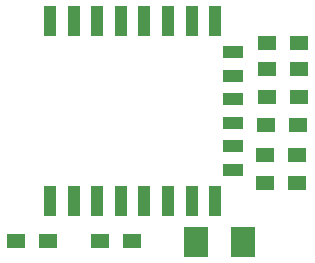
<source format=gbr>
G04 #@! TF.GenerationSoftware,KiCad,Pcbnew,(5.1.6)-1*
G04 #@! TF.CreationDate,2020-06-28T11:06:12-07:00*
G04 #@! TF.ProjectId,OGA_wifi,4f47415f-7769-4666-992e-6b696361645f,rev?*
G04 #@! TF.SameCoordinates,Original*
G04 #@! TF.FileFunction,Paste,Top*
G04 #@! TF.FilePolarity,Positive*
%FSLAX46Y46*%
G04 Gerber Fmt 4.6, Leading zero omitted, Abs format (unit mm)*
G04 Created by KiCad (PCBNEW (5.1.6)-1) date 2020-06-28 11:06:12*
%MOMM*%
%LPD*%
G01*
G04 APERTURE LIST*
%ADD10R,2.000000X2.500000*%
%ADD11R,1.500000X1.300000*%
%ADD12R,1.000000X2.500000*%
%ADD13R,1.800000X1.000000*%
G04 APERTURE END LIST*
D10*
X135165600Y-128485900D03*
X131165600Y-128485900D03*
D11*
X115956100Y-128409700D03*
X118656100Y-128409700D03*
X139700000Y-123500000D03*
X137000000Y-123500000D03*
X137200000Y-111600000D03*
X139900000Y-111600000D03*
X139700000Y-121100000D03*
X137000000Y-121100000D03*
X137200000Y-113800000D03*
X139900000Y-113800000D03*
X139800000Y-118600000D03*
X137100000Y-118600000D03*
X137150000Y-116200000D03*
X139850000Y-116200000D03*
D12*
X118800000Y-109800000D03*
X120800000Y-109800000D03*
X122800000Y-109800000D03*
X124800000Y-109800000D03*
X126800000Y-109800000D03*
X128800000Y-109800000D03*
X130800000Y-109800000D03*
X132800000Y-109800000D03*
D13*
X134300000Y-112400000D03*
X134300000Y-114400000D03*
X134300000Y-116400000D03*
X134300000Y-118400000D03*
X134300000Y-120400000D03*
X134300000Y-122400000D03*
D12*
X132800000Y-125000000D03*
X130800000Y-125000000D03*
X128800000Y-125000000D03*
X126800000Y-125000000D03*
X124800000Y-125000000D03*
X122800000Y-125000000D03*
X120800000Y-125000000D03*
X118800000Y-125000000D03*
D11*
X123075700Y-128409700D03*
X125775700Y-128409700D03*
M02*

</source>
